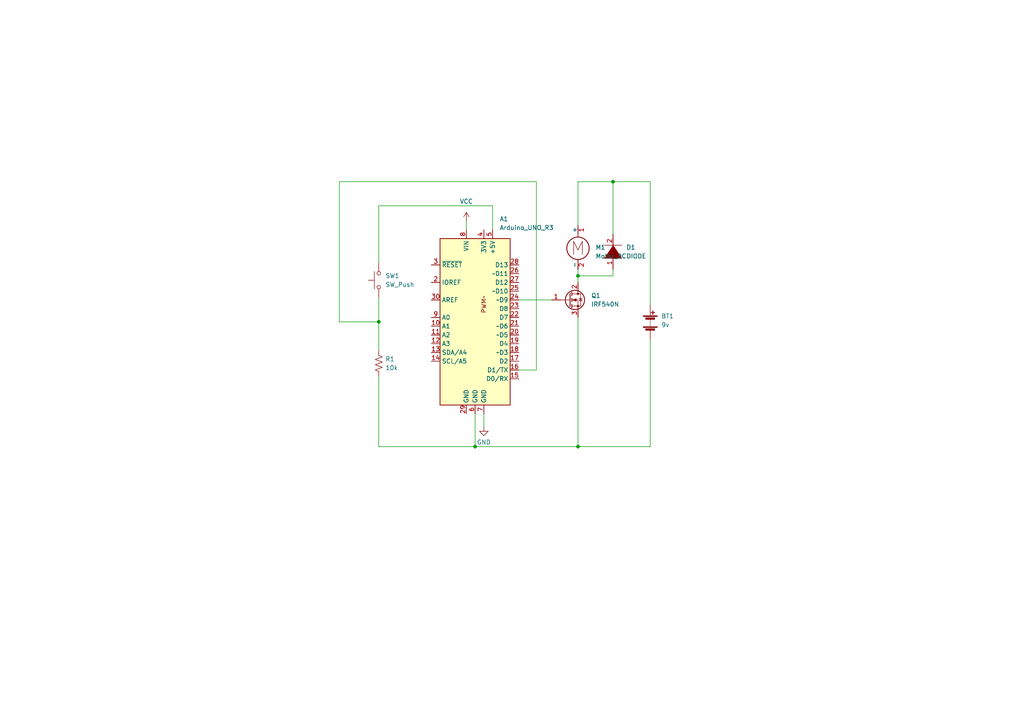
<source format=kicad_sch>
(kicad_sch (version 20211123) (generator eeschema)
  (paper "A4")
  (lib_symbols
    (symbol "Arduino:Arduino_UNO_R3"
      (property "Reference" "A" (at -10.16 23.495 0))
      (property "Value" "Arduino_UNO_R3" (at 5.08 -26.67 0))
      (symbol "Arduino_UNO_R3_0_0"
        (text "PWM~" (at 2.54 3.81 900) (effects (font (size 1.27 1.27))))
      )
      (symbol "Arduino_UNO_R3_0_1"
        (rectangle (start -10.16 22.86) (end 10.16 -25.4) (stroke (width 0.254)) (fill (type background)))
      )
      (symbol "Arduino_UNO_R3_1_1"
        (pin bidirectional line (at -12.7 -2.54 0) (length 2.54) (name "A1") (number "10"))
        (pin bidirectional line (at -12.7 -5.08 0) (length 2.54) (name "A2") (number "11"))
        (pin bidirectional line (at -12.7 -7.62 0) (length 2.54) (name "A3") (number "12"))
        (pin bidirectional line (at -12.7 -10.16 0) (length 2.54) (name "SDA/A4") (number "13"))
        (pin bidirectional line (at -12.7 -12.7 0) (length 2.54) (name "SCL/A5") (number "14"))
        (pin bidirectional line (at 12.7 -17.78 180) (length 2.54) (name "D0/RX") (number "15"))
        (pin bidirectional line (at 12.7 -15.24 180) (length 2.54) (name "D1/TX") (number "16"))
        (pin bidirectional line (at 12.7 -12.7 180) (length 2.54) (name "D2") (number "17"))
        (pin bidirectional line (at 12.7 -10.16 180) (length 2.54) (name "~D3") (number "18"))
        (pin bidirectional line (at 12.7 -7.62 180) (length 2.54) (name "D4") (number "19"))
        (pin output line (at -12.7 10.16 0) (length 2.54) (name "IOREF") (number "2"))
        (pin bidirectional line (at 12.7 -5.08 180) (length 2.54) (name "~D5") (number "20"))
        (pin bidirectional line (at 12.7 -2.54 180) (length 2.54) (name "~D6") (number "21"))
        (pin bidirectional line (at 12.7 0 180) (length 2.54) (name "D7") (number "22"))
        (pin bidirectional line (at 12.7 2.54 180) (length 2.54) (name "D8") (number "23"))
        (pin bidirectional line (at 12.7 5.08 180) (length 2.54) (name "~D9") (number "24"))
        (pin bidirectional line (at 12.7 7.62 180) (length 2.54) (name "~D10") (number "25"))
        (pin bidirectional line (at 12.7 12.7 180) (length 2.54) (name "~D11") (number "26"))
        (pin bidirectional line (at 12.7 10.16 180) (length 2.54) (name "D12") (number "27"))
        (pin bidirectional line (at 12.7 15.24 180) (length 2.54) (name "D13") (number "28"))
        (pin power_in line (at -2.54 -27.94 90) (length 2.54) (name "GND") (number "29"))
        (pin input line (at -12.7 15.24 0) (length 2.54) (name "~{RESET}") (number "3"))
        (pin input line (at -12.7 5.08 0) (length 2.54) (name "AREF") (number "30"))
        (pin power_out line (at 2.54 25.4 270) (length 2.54) (name "3V3") (number "4"))
        (pin power_out line (at 5.08 25.4 270) (length 2.54) (name "+5V") (number "5"))
        (pin power_in line (at 0 -27.94 90) (length 2.54) (name "GND") (number "6"))
        (pin power_in line (at 2.54 -27.94 90) (length 2.54) (name "GND") (number "7"))
        (pin power_in line (at -2.54 25.4 270) (length 2.54) (name "VIN") (number "8"))
        (pin bidirectional line (at -12.7 0 0) (length 2.54) (name "A0") (number "9"))
      )
    )
    (symbol "Device:Battery" (pin_numbers hide) (pin_names (offset 0) hide)
      (property "Reference" "BT" (at 2.54 2.54 0))
      (property "Value" "Battery" (at 2.54 0 0))
      (symbol "Battery_0_1"
        (rectangle (start -2.032 -1.397) (end 2.032 -1.651) (fill (type outline)))
        (rectangle (start -2.032 1.778) (end 2.032 1.524) (fill (type outline)))
        (rectangle (start -1.3208 -1.9812) (end 1.27 -2.4892) (fill (type outline)))
        (rectangle (start -1.3208 1.1938) (end 1.27 0.6858) (fill (type outline)))
        (polyline (pts (xy 0 -1.524) (xy 0 -1.27)))
        (polyline (pts (xy 0 -1.016) (xy 0 -0.762)))
        (polyline (pts (xy 0 -0.508) (xy 0 -0.254)))
        (polyline (pts (xy 0 0) (xy 0 0.254)))
        (polyline (pts (xy 0 0.508) (xy 0 0.762)))
        (polyline (pts (xy 0 1.778) (xy 0 2.54)))
        (polyline (pts (xy 0.254 2.667) (xy 1.27 2.667)) (stroke (width 0.254)))
        (polyline (pts (xy 0.762 3.175) (xy 0.762 2.159)) (stroke (width 0.254)))
      )
      (symbol "Battery_1_1"
        (pin passive line (at 0 5.08 270) (length 2.54) (name "+") (number "1"))
        (pin passive line (at 0 -5.08 90) (length 2.54) (name "-") (number "2"))
      )
    )
    (symbol "Device:R_US" (pin_numbers hide) (pin_names (offset 0))
      (property "Reference" "R" (at 2.54 0 90))
      (property "Value" "R_US" (at -2.54 0 90))
      (symbol "R_US_0_1"
        (polyline (pts (xy 0 -2.286) (xy 0 -2.54)))
        (polyline (pts (xy 0 2.286) (xy 0 2.54)))
        (polyline (pts (xy 0 -0.762) (xy 1.016 -1.143) (xy 0 -1.524) (xy -1.016 -1.905) (xy 0 -2.286)))
        (polyline (pts (xy 0 0.762) (xy 1.016 0.381) (xy 0 0) (xy -1.016 -0.381) (xy 0 -0.762)))
        (polyline (pts (xy 0 2.286) (xy 1.016 1.905) (xy 0 1.524) (xy -1.016 1.143) (xy 0 0.762)))
      )
      (symbol "R_US_1_1"
        (pin passive line (at 0 3.81 270) (length 1.27) (name "~") (number "1"))
        (pin passive line (at 0 -3.81 90) (length 1.27) (name "~") (number "2"))
      )
    )
    (symbol "Motor:Motor_DC" (pin_names (offset 0))
      (property "Reference" "M" (at 2.54 2.54 0))
      (property "Value" "Motor_DC" (at 2.54 -5.08 0))
      (symbol "Motor_DC_0_0"
        (polyline (pts (xy -1.27 -3.302) (xy -1.27 0.508) (xy 0 -2.032) (xy 1.27 0.508) (xy 1.27 -3.302)))
      )
      (symbol "Motor_DC_0_1"
        (circle (center 0 -1.524) (radius 3.2512) (stroke (width 0.254)))
        (polyline (pts (xy 0 -7.62) (xy 0 -7.112)))
        (polyline (pts (xy 0 -4.7752) (xy 0 -5.1816)))
        (polyline (pts (xy 0 1.7272) (xy 0 2.0828)))
        (polyline (pts (xy 0 2.032) (xy 0 2.54)))
      )
      (symbol "Motor_DC_1_1"
        (pin passive line (at 0 5.08 270) (length 2.54) (name "+") (number "1"))
        (pin passive line (at 0 -7.62 90) (length 2.54) (name "-") (number "2"))
      )
    )
    (symbol "Switch:SW_Push" (pin_numbers hide) (pin_names (offset 1.016) hide)
      (property "Reference" "SW" (at 1.27 2.54 0))
      (property "Value" "SW_Push" (at 0 -1.524 0))
      (symbol "SW_Push_0_1"
        (circle (center -2.032 0) (radius 0.508))
        (polyline (pts (xy 0 1.27) (xy 0 3.048)))
        (polyline (pts (xy 2.54 1.27) (xy -2.54 1.27)))
        (circle (center 2.032 0) (radius 0.508))
        (pin passive line (at -5.08 0 0) (length 2.54) (name "1") (number "1"))
        (pin passive line (at 5.08 0 180) (length 2.54) (name "2") (number "2"))
      )
    )
    (symbol "Transistor_FET:IRF540N" (pin_names hide)
      (property "Reference" "Q" (at 6.35 1.905 0))
      (property "Value" "IRF540N" (at 6.35 0 0))
      (symbol "IRF540N_0_1"
        (polyline (pts (xy 0.254 0) (xy -2.54 0)))
        (polyline (pts (xy 0.254 1.905) (xy 0.254 -1.905)) (stroke (width 0.254)))
        (polyline (pts (xy 0.762 -1.27) (xy 0.762 -2.286)) (stroke (width 0.254)))
        (polyline (pts (xy 0.762 0.508) (xy 0.762 -0.508)) (stroke (width 0.254)))
        (polyline (pts (xy 0.762 2.286) (xy 0.762 1.27)) (stroke (width 0.254)))
        (polyline (pts (xy 2.54 2.54) (xy 2.54 1.778)))
        (polyline (pts (xy 2.54 -2.54) (xy 2.54 0) (xy 0.762 0)))
        (polyline (pts (xy 0.762 -1.778) (xy 3.302 -1.778) (xy 3.302 1.778) (xy 0.762 1.778)))
        (polyline (pts (xy 1.016 0) (xy 2.032 0.381) (xy 2.032 -0.381) (xy 1.016 0)) (fill (type outline)))
        (polyline (pts (xy 2.794 0.508) (xy 2.921 0.381) (xy 3.683 0.381) (xy 3.81 0.254)))
        (polyline (pts (xy 3.302 0.381) (xy 2.921 -0.254) (xy 3.683 -0.254) (xy 3.302 0.381)))
        (circle (center 1.651 0) (radius 2.794) (stroke (width 0.254)))
        (circle (center 2.54 -1.778) (radius 0.254) (fill (type outline)))
        (circle (center 2.54 1.778) (radius 0.254) (fill (type outline)))
      )
      (symbol "IRF540N_1_1"
        (pin input line (at -5.08 0 0) (length 2.54) (name "G") (number "1"))
        (pin passive line (at 2.54 5.08 270) (length 2.54) (name "D") (number "2"))
        (pin passive line (at 2.54 -5.08 90) (length 2.54) (name "S") (number "3"))
      )
    )
    (symbol "power:GND" (power) (pin_names (offset 0))
      (property "Value" "GND" (at 0 -3.81 0))
      (symbol "GND_0_1"
        (polyline (pts (xy 0 0) (xy 0 -1.27) (xy 1.27 -1.27) (xy 0 -2.54) (xy -1.27 -1.27) (xy 0 -1.27)))
      )
      (symbol "GND_1_1"
        (pin power_in line (at 0 0 270) (length 0) hide (name "GND") (number "1"))
      )
    )
    (symbol "power:VCC" (power) (pin_names (offset 0))
      (property "Value" "VCC" (at 0 3.81 0))
      (symbol "VCC_0_1"
        (polyline (pts (xy -0.762 1.27) (xy 0 2.54)))
        (polyline (pts (xy 0 0) (xy 0 2.54)))
        (polyline (pts (xy 0 2.54) (xy 0.762 1.27)))
      )
      (symbol "VCC_1_1"
        (pin power_in line (at 0 0 90) (length 0) hide (name "VCC") (number "1"))
      )
    )
    (symbol "pspice:DIODE" (pin_names (offset 1.016) hide)
      (property "Reference" "D" (at 0 3.81 0))
      (property "Value" "DIODE" (at 0 -4.445 0))
      (symbol "DIODE_0_1"
        (polyline (pts (xy 1.905 2.54) (xy 1.905 -2.54)))
        (polyline (pts (xy -1.905 2.54) (xy -1.905 -2.54) (xy 1.905 0)) (fill (type outline)))
      )
      (symbol "DIODE_1_1"
        (pin input line (at -5.08 0 0) (length 3.81) (name "K") (number "1"))
        (pin input line (at 5.08 0 180) (length 3.81) (name "A") (number "2"))
      )
    )
  )
  (junction (at 167.64 129.54))
  (junction (at 109.855 93.345))
  (junction (at 167.64 80.01))
  (junction (at 137.795 129.54))
  (junction (at 177.8 52.705))
  (wire (pts (xy 167.64 80.01) (xy 167.64 81.915)))
  (wire (pts (xy 150.495 107.315) (xy 155.575 107.315)))
  (wire (pts (xy 177.8 78.105) (xy 177.8 80.01)))
  (wire (pts (xy 98.425 93.345) (xy 109.855 93.345)))
  (wire (pts (xy 109.855 109.22) (xy 109.855 129.54)))
  (wire (pts (xy 188.595 52.705) (xy 188.595 88.265)))
  (wire (pts (xy 167.64 129.54) (xy 188.595 129.54)))
  (wire (pts (xy 188.595 129.54) (xy 188.595 98.425)))
  (wire (pts (xy 167.64 129.54) (xy 137.795 129.54)))
  (wire (pts (xy 150.495 86.995) (xy 160.02 86.995)))
  (wire (pts (xy 109.855 93.345) (xy 109.855 101.6)))
  (wire (pts (xy 167.64 52.705) (xy 167.64 65.405)))
  (wire (pts (xy 142.875 66.675) (xy 142.875 59.69)))
  (wire (pts (xy 140.335 120.015) (xy 140.335 123.825)))
  (wire (pts (xy 109.855 59.69) (xy 109.855 76.2)))
  (wire (pts (xy 167.64 78.105) (xy 167.64 80.01)))
  (wire (pts (xy 177.8 52.705) (xy 177.8 67.945)))
  (wire (pts (xy 135.255 64.135) (xy 135.255 66.675)))
  (wire (pts (xy 137.795 129.54) (xy 137.795 120.015)))
  (wire (pts (xy 167.64 92.075) (xy 167.64 129.54)))
  (wire (pts (xy 155.575 52.705) (xy 98.425 52.705)))
  (wire (pts (xy 98.425 52.705) (xy 98.425 93.345)))
  (wire (pts (xy 155.575 107.315) (xy 155.575 52.705)))
  (wire (pts (xy 109.855 86.36) (xy 109.855 93.345)))
  (wire (pts (xy 177.8 80.01) (xy 167.64 80.01)))
  (wire (pts (xy 167.64 52.705) (xy 177.8 52.705)))
  (wire (pts (xy 142.875 59.69) (xy 109.855 59.69)))
  (wire (pts (xy 109.855 129.54) (xy 137.795 129.54)))
  (wire (pts (xy 177.8 52.705) (xy 188.595 52.705)))
  (symbol (lib_id "power:GND") (at 140.335 123.825 0) (unit 1)
    (property "Reference" "#PWR?" (effects hide))
    (property "Value" "GND" (at 140.335 128.27 0))
  )
  (symbol (lib_id "Switch:SW_Push") (at 109.855 81.28 90) (unit 1)
    (property "Reference" "SW1" (at 111.76 80.0099 90) (effects (justify right)))
    (property "Value" "SW_Push" (at 111.76 82.5499 90) (effects (justify right)))
  )
  (symbol (lib_id "Motor:Motor_DC") (at 167.64 70.485 0) (unit 1)
    (property "Reference" "M1" (at 172.72 71.7549 0) (effects (justify left)))
    (property "Value" "Motor_DC" (at 172.72 74.2949 0) (effects (justify left)))
  )
  (symbol (lib_id "Transistor_FET:IRF540N") (at 165.1 86.995 0) (unit 1)
    (property "Reference" "Q1" (at 171.45 85.7249 0) (effects (justify left)))
    (property "Value" "IRF540N" (at 171.45 88.2649 0) (effects (justify left)))
    (property "Footprint" "Package_TO_SOT_THT:TO-220-3_Vertical" (effects hide))
    (property "Datasheet" "http://www.irf.com/product-info/datasheets/data/irf540n.pdf" (effects hide))
  )
  (symbol (lib_id "Device:Battery") (at 188.595 93.345 0) (unit 1)
    (property "Reference" "BT1" (at 191.77 91.6939 0) (effects (justify left)))
    (property "Value" "9v" (at 191.77 94.2339 0) (effects (justify left)))
  )
  (symbol (lib_id "power:VCC") (at 135.255 64.135 0) (unit 1)
    (property "Reference" "#PWR?" (effects hide))
    (property "Value" "VCC" (at 135.255 58.42 0))
  )
  (symbol (lib_id "pspice:DIODE") (at 177.8 73.025 90) (unit 1)
    (property "Reference" "D1" (at 181.61 71.7549 90) (effects (justify right)))
    (property "Value" "DIODE" (at 181.61 74.2949 90) (effects (justify right)))
  )
  (symbol (lib_id "Device:R_US") (at 109.855 105.41 0) (unit 1)
    (property "Reference" "R1" (at 111.76 104.1399 0) (effects (justify left)))
    (property "Value" "10k" (at 111.76 106.6799 0) (effects (justify left)))
  )
  (symbol (lib_id "Arduino:Arduino_UNO_R3") (at 137.795 92.075 0) (unit 1)
    (property "Reference" "A1" (at 144.8944 63.5 0) (effects (justify left)))
    (property "Value" "Arduino_UNO_R3" (at 144.8944 66.04 0) (effects (justify left)))
    (property "Footprint" "Module:Arduino_UNO_R3" (effects hide))
    (property "Datasheet" "https://www.arduino.cc/en/Main/arduinoBoardUno" (effects hide))
  )
)
</source>
